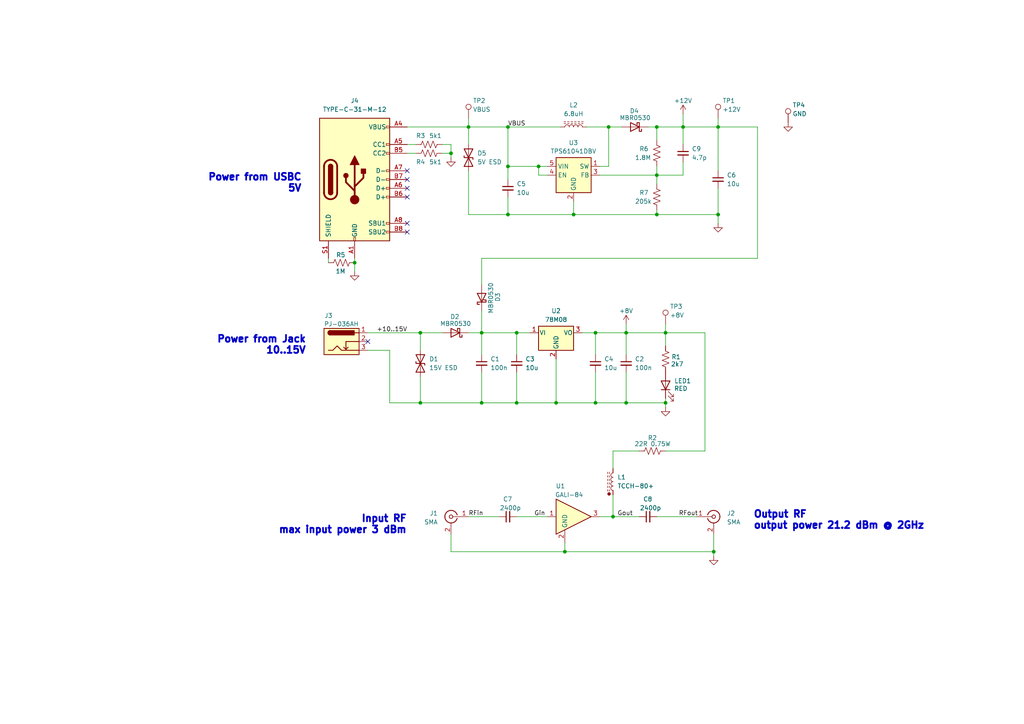
<source format=kicad_sch>
(kicad_sch (version 20230121) (generator eeschema)
  (paper "A4")
  (title_block (title "RF Amplifier GALI 84+") (date "2023-09-09") (rev "A") (company "Tomasz Orlowski") (comment 1 "OR106"))
  (lib_symbols
    (symbol "Connector:Barrel_Jack_Switch_Pin3Ring" (pin_names hide)
      (property "Reference" "J" (at 0 5.334 0))
      (property "Value" "Barrel_Jack_Switch_Pin3Ring" (at 0 -5.08 0))
      (symbol "Barrel_Jack_Switch_Pin3Ring_0_1"
        (rectangle (start -5.08 3.81) (end 5.08 -3.81) (stroke (width 0.254)) (fill (type background)))
        (arc (start -3.302 3.175) (mid -3.9343 2.54) (end -3.302 1.905) (stroke (width 0.254)))
        (arc (start -3.302 3.175) (mid -3.9343 2.54) (end -3.302 1.905) (stroke (width 0.254)) (fill (type outline)))
        (polyline (pts (xy 1.27 -2.286) (xy 1.905 -1.651)) (stroke (width 0.254)))
        (polyline (pts (xy 5.08 2.54) (xy 3.81 2.54)) (stroke (width 0.254)))
        (polyline (pts (xy 5.08 0) (xy 1.27 0) (xy 1.27 -2.286) (xy 0.635 -1.651)) (stroke (width 0.254)))
        (polyline (pts (xy -3.81 -2.54) (xy -2.54 -2.54) (xy -1.27 -1.27) (xy 0 -2.54) (xy 2.54 -2.54) (xy 5.08 -2.54)) (stroke (width 0.254)))
        (rectangle (start 3.683 3.175) (end -3.302 1.905) (stroke (width 0.254)) (fill (type outline)))
      )
      (symbol "Barrel_Jack_Switch_Pin3Ring_1_1"
        (pin passive line (at 7.62 2.54 180) (length 2.54) (name "~") (number "1"))
        (pin passive line (at 7.62 0 180) (length 2.54) (name "~") (number "2"))
        (pin passive line (at 7.62 -2.54 180) (length 2.54) (name "~") (number "3"))
      )
    )
    (symbol "Connector:Conn_Coaxial" (pin_names (offset 1.016) hide)
      (property "Reference" "J" (at 0.254 3.048 0))
      (property "Value" "Conn_Coaxial" (at 2.921 0 90))
      (symbol "Conn_Coaxial_0_1"
        (arc (start -1.778 -0.508) (mid 0.2311 -1.8066) (end 1.778 0) (stroke (width 0.254)))
        (polyline (pts (xy -2.54 0) (xy -0.508 0)))
        (polyline (pts (xy 0 -2.54) (xy 0 -1.778)))
        (circle (center 0 0) (radius 0.508) (stroke (width 0.2032)))
        (arc (start 1.778 0) (mid 0.2099 1.8101) (end -1.778 0.508) (stroke (width 0.254)))
      )
      (symbol "Conn_Coaxial_1_1"
        (pin passive line (at -5.08 0 0) (length 2.54) (name "In") (number "1"))
        (pin passive line (at 0 -5.08 90) (length 2.54) (name "Ext") (number "2"))
      )
    )
    (symbol "Connector:TestPoint" (pin_numbers hide) (pin_names (offset 0.762) hide)
      (property "Reference" "TP" (at 0 6.858 0))
      (property "Value" "TestPoint" (at 0 5.08 0))
      (symbol "TestPoint_0_1"
        (circle (center 0 3.302) (radius 0.762))
      )
      (symbol "TestPoint_1_1"
        (pin passive line (at 0 0 90) (length 2.54) (name "1") (number "1"))
      )
    )
    (symbol "Connector:USB_C_Receptacle_USB2.0" (pin_names (offset 1.016))
      (property "Reference" "J" (at -10.16 19.05 0))
      (property "Value" "USB_C_Receptacle_USB2.0" (at 19.05 19.05 0))
      (symbol "USB_C_Receptacle_USB2.0_0_0"
        (rectangle (start -0.254 -17.78) (end 0.254 -16.764))
        (rectangle (start 10.16 -14.986) (end 9.144 -15.494))
        (rectangle (start 10.16 -12.446) (end 9.144 -12.954))
        (rectangle (start 10.16 -4.826) (end 9.144 -5.334))
        (rectangle (start 10.16 -2.286) (end 9.144 -2.794))
        (rectangle (start 10.16 0.254) (end 9.144 -0.254))
        (rectangle (start 10.16 2.794) (end 9.144 2.286))
        (rectangle (start 10.16 7.874) (end 9.144 7.366))
        (rectangle (start 10.16 10.414) (end 9.144 9.906))
        (rectangle (start 10.16 15.494) (end 9.144 14.986))
      )
      (symbol "USB_C_Receptacle_USB2.0_0_1"
        (rectangle (start -10.16 17.78) (end 10.16 -17.78) (stroke (width 0.254)) (fill (type background)))
        (arc (start -8.89 -3.81) (mid -6.985 -5.7067) (end -5.08 -3.81) (stroke (width 0.508)))
        (arc (start -7.62 -3.81) (mid -6.985 -4.4423) (end -6.35 -3.81) (stroke (width 0.254)))
        (arc (start -7.62 -3.81) (mid -6.985 -4.4423) (end -6.35 -3.81) (stroke (width 0.254)) (fill (type outline)))
        (rectangle (start -7.62 -3.81) (end -6.35 3.81) (stroke (width 0.254)) (fill (type outline)))
        (arc (start -6.35 3.81) (mid -6.985 4.4423) (end -7.62 3.81) (stroke (width 0.254)))
        (arc (start -6.35 3.81) (mid -6.985 4.4423) (end -7.62 3.81) (stroke (width 0.254)) (fill (type outline)))
        (arc (start -5.08 3.81) (mid -6.985 5.7067) (end -8.89 3.81) (stroke (width 0.508)))
        (circle (center -2.54 1.143) (radius 0.635) (stroke (width 0.254)) (fill (type outline)))
        (circle (center 0 -5.842) (radius 1.27) (fill (type outline)))
        (polyline (pts (xy -8.89 -3.81) (xy -8.89 3.81)) (stroke (width 0.508)))
        (polyline (pts (xy -5.08 3.81) (xy -5.08 -3.81)) (stroke (width 0.508)))
        (polyline (pts (xy 0 -5.842) (xy 0 4.318)) (stroke (width 0.508)))
        (polyline (pts (xy 0 -3.302) (xy -2.54 -0.762) (xy -2.54 0.508)) (stroke (width 0.508)))
        (polyline (pts (xy 0 -2.032) (xy 2.54 0.508) (xy 2.54 1.778)) (stroke (width 0.508)))
        (polyline (pts (xy -1.27 4.318) (xy 0 6.858) (xy 1.27 4.318) (xy -1.27 4.318)) (stroke (width 0.254)) (fill (type outline)))
        (rectangle (start 1.905 1.778) (end 3.175 3.048) (stroke (width 0.254)) (fill (type outline)))
      )
      (symbol "USB_C_Receptacle_USB2.0_1_1"
        (pin passive line (at 0 -22.86 90) (length 5.08) (name "GND") (number "A1"))
        (pin passive line (at 0 -22.86 90) (length 5.08) hide (name "GND") (number "A12"))
        (pin passive line (at 15.24 15.24 180) (length 5.08) (name "VBUS") (number "A4"))
        (pin bidirectional line (at 15.24 10.16 180) (length 5.08) (name "CC1") (number "A5"))
        (pin bidirectional line (at 15.24 -2.54 180) (length 5.08) (name "D+") (number "A6"))
        (pin bidirectional line (at 15.24 2.54 180) (length 5.08) (name "D-") (number "A7"))
        (pin bidirectional line (at 15.24 -12.7 180) (length 5.08) (name "SBU1") (number "A8"))
        (pin passive line (at 15.24 15.24 180) (length 5.08) hide (name "VBUS") (number "A9"))
        (pin passive line (at 0 -22.86 90) (length 5.08) hide (name "GND") (number "B1"))
        (pin passive line (at 0 -22.86 90) (length 5.08) hide (name "GND") (number "B12"))
        (pin passive line (at 15.24 15.24 180) (length 5.08) hide (name "VBUS") (number "B4"))
        (pin bidirectional line (at 15.24 7.62 180) (length 5.08) (name "CC2") (number "B5"))
        (pin bidirectional line (at 15.24 -5.08 180) (length 5.08) (name "D+") (number "B6"))
        (pin bidirectional line (at 15.24 0 180) (length 5.08) (name "D-") (number "B7"))
        (pin bidirectional line (at 15.24 -15.24 180) (length 5.08) (name "SBU2") (number "B8"))
        (pin passive line (at 15.24 15.24 180) (length 5.08) hide (name "VBUS") (number "B9"))
        (pin passive line (at -7.62 -22.86 90) (length 5.08) (name "SHIELD") (number "S1"))
      )
    )
    (symbol "Device:C_Small" (pin_numbers hide) (pin_names (offset 0.254) hide)
      (property "Reference" "C" (at 0.254 1.778 0))
      (property "Value" "C_Small" (at 0.254 -2.032 0))
      (symbol "C_Small_0_1"
        (polyline (pts (xy -1.524 -0.508) (xy 1.524 -0.508)) (stroke (width 0.3302)))
        (polyline (pts (xy -1.524 0.508) (xy 1.524 0.508)) (stroke (width 0.3048)))
      )
      (symbol "C_Small_1_1"
        (pin passive line (at 0 2.54 270) (length 2.032) (name "~") (number "1"))
        (pin passive line (at 0 -2.54 90) (length 2.032) (name "~") (number "2"))
      )
    )
    (symbol "Device:D_TVS" (pin_numbers hide) (pin_names (offset 1.016) hide)
      (property "Reference" "D" (at 0 2.54 0))
      (property "Value" "D_TVS" (at 0 -2.54 0))
      (symbol "D_TVS_0_1"
        (polyline (pts (xy 1.27 0) (xy -1.27 0)))
        (polyline (pts (xy 0.508 1.27) (xy 0 1.27) (xy 0 -1.27) (xy -0.508 -1.27)) (stroke (width 0.254)))
        (polyline (pts (xy -2.54 1.27) (xy -2.54 -1.27) (xy 2.54 1.27) (xy 2.54 -1.27) (xy -2.54 1.27)) (stroke (width 0.254)))
      )
      (symbol "D_TVS_1_1"
        (pin passive line (at -3.81 0 0) (length 2.54) (name "A1") (number "1"))
        (pin passive line (at 3.81 0 180) (length 2.54) (name "A2") (number "2"))
      )
    )
    (symbol "Device:LED" (pin_numbers hide) (pin_names (offset 1.016) hide)
      (property "Reference" "D" (at 0 2.54 0))
      (property "Value" "LED" (at 0 -2.54 0))
      (symbol "LED_0_1"
        (polyline (pts (xy -1.27 -1.27) (xy -1.27 1.27)) (stroke (width 0.254)))
        (polyline (pts (xy -1.27 0) (xy 1.27 0)))
        (polyline (pts (xy 1.27 -1.27) (xy 1.27 1.27) (xy -1.27 0) (xy 1.27 -1.27)) (stroke (width 0.254)))
        (polyline (pts (xy -3.048 -0.762) (xy -4.572 -2.286) (xy -3.81 -2.286) (xy -4.572 -2.286) (xy -4.572 -1.524)))
        (polyline (pts (xy -1.778 -0.762) (xy -3.302 -2.286) (xy -2.54 -2.286) (xy -3.302 -2.286) (xy -3.302 -1.524)))
      )
      (symbol "LED_1_1"
        (pin passive line (at -3.81 0 0) (length 2.54) (name "K") (number "1"))
        (pin passive line (at 3.81 0 180) (length 2.54) (name "A") (number "2"))
      )
    )
    (symbol "Device:L_Ferrite" (pin_numbers hide) (pin_names (offset 1.016) hide)
      (property "Reference" "L" (at -1.27 0 90))
      (property "Value" "L_Ferrite" (at 2.794 0 90))
      (symbol "L_Ferrite_0_1"
        (arc (start 0 -2.54) (mid 0.6323 -1.905) (end 0 -1.27))
        (arc (start 0 -1.27) (mid 0.6323 -0.635) (end 0 0))
        (polyline (pts (xy 1.016 -2.794) (xy 1.016 -2.286)))
        (polyline (pts (xy 1.016 -1.778) (xy 1.016 -1.27)))
        (polyline (pts (xy 1.016 -0.762) (xy 1.016 -0.254)))
        (polyline (pts (xy 1.016 0.254) (xy 1.016 0.762)))
        (polyline (pts (xy 1.016 1.27) (xy 1.016 1.778)))
        (polyline (pts (xy 1.016 2.286) (xy 1.016 2.794)))
        (polyline (pts (xy 1.524 -2.286) (xy 1.524 -2.794)))
        (polyline (pts (xy 1.524 -1.27) (xy 1.524 -1.778)))
        (polyline (pts (xy 1.524 -0.254) (xy 1.524 -0.762)))
        (polyline (pts (xy 1.524 0.762) (xy 1.524 0.254)))
        (polyline (pts (xy 1.524 1.778) (xy 1.524 1.27)))
        (polyline (pts (xy 1.524 2.794) (xy 1.524 2.286)))
        (arc (start 0 0) (mid 0.6323 0.635) (end 0 1.27))
        (arc (start 0 1.27) (mid 0.6323 1.905) (end 0 2.54))
      )
      (symbol "L_Ferrite_1_1"
        (pin passive line (at 0 3.81 270) (length 1.27) (name "1") (number "1"))
        (pin passive line (at 0 -3.81 90) (length 1.27) (name "2") (number "2"))
      )
    )
    (symbol "Device:R_US" (pin_numbers hide) (pin_names (offset 0))
      (property "Reference" "R" (at 2.54 0 90))
      (property "Value" "R_US" (at -2.54 0 90))
      (symbol "R_US_0_1"
        (polyline (pts (xy 0 -2.286) (xy 0 -2.54)))
        (polyline (pts (xy 0 2.286) (xy 0 2.54)))
        (polyline (pts (xy 0 -0.762) (xy 1.016 -1.143) (xy 0 -1.524) (xy -1.016 -1.905) (xy 0 -2.286)))
        (polyline (pts (xy 0 0.762) (xy 1.016 0.381) (xy 0 0) (xy -1.016 -0.381) (xy 0 -0.762)))
        (polyline (pts (xy 0 2.286) (xy 1.016 1.905) (xy 0 1.524) (xy -1.016 1.143) (xy 0 0.762)))
      )
      (symbol "R_US_1_1"
        (pin passive line (at 0 3.81 270) (length 1.27) (name "~") (number "1"))
        (pin passive line (at 0 -3.81 90) (length 1.27) (name "~") (number "2"))
      )
    )
    (symbol "Diode:MBR0530" (pin_numbers hide) (pin_names (offset 1.016) hide)
      (property "Reference" "D" (at 0 2.54 0))
      (property "Value" "MBR0530" (at 0 -2.54 0))
      (symbol "MBR0530_0_1"
        (polyline (pts (xy 1.27 0) (xy -1.27 0)))
        (polyline (pts (xy 1.27 1.27) (xy 1.27 -1.27) (xy -1.27 0) (xy 1.27 1.27)) (stroke (width 0.254)))
        (polyline (pts (xy -1.905 0.635) (xy -1.905 1.27) (xy -1.27 1.27) (xy -1.27 -1.27) (xy -0.635 -1.27) (xy -0.635 -0.635)) (stroke (width 0.254)))
      )
      (symbol "MBR0530_1_1"
        (pin passive line (at -3.81 0 0) (length 2.54) (name "K") (number "1"))
        (pin passive line (at 3.81 0 180) (length 2.54) (name "A") (number "2"))
      )
    )
    (symbol "RF_Amplifier:GALI-84"
      (property "Reference" "U" (at -1.27 7.62 0))
      (property "Value" "GALI-84" (at 2.54 5.08 0))
      (symbol "GALI-84_0_1"
        (polyline (pts (xy 5.08 0) (xy -5.08 5.08) (xy -5.08 -5.08) (xy 5.08 0)) (stroke (width 0.254)) (fill (type background)))
      )
      (symbol "GALI-84_1_1"
        (pin input line (at -7.62 0 0) (length 2.54) (name "~") (number "1"))
        (pin power_in line (at -2.54 -7.62 90) (length 3.81) (name "GND") (number "2"))
        (pin output line (at 7.62 0 180) (length 2.54) (name "~") (number "3"))
      )
    )
    (symbol "Regulator_Linear:LM78M05_TO252" (pin_names (offset 0.254))
      (property "Reference" "U" (at -3.81 3.175 0))
      (property "Value" "LM78M05_TO252" (at 0 3.175 0))
      (symbol "LM78M05_TO252_0_1"
        (rectangle (start -5.08 1.905) (end 5.08 -5.08) (stroke (width 0.254)) (fill (type background)))
      )
      (symbol "LM78M05_TO252_1_1"
        (pin power_in line (at -7.62 0 0) (length 2.54) (name "VI") (number "1"))
        (pin power_in line (at 0 -7.62 90) (length 2.54) (name "GND") (number "2"))
        (pin power_out line (at 7.62 0 180) (length 2.54) (name "VO") (number "3"))
      )
    )
    (symbol "Regulator_Switching:TPS61041DBV"
      (property "Reference" "U" (at -5.08 6.35 0))
      (property "Value" "TPS61041DBV" (at 0 6.35 0))
      (symbol "TPS61041DBV_0_1"
        (rectangle (start -5.08 5.08) (end 5.08 -5.08) (stroke (width 0.254)) (fill (type background)))
      )
      (symbol "TPS61041DBV_1_1"
        (pin power_out line (at 7.62 2.54 180) (length 2.54) (name "SW") (number "1"))
        (pin power_in line (at 0 -7.62 90) (length 2.54) (name "GND") (number "2"))
        (pin input line (at 7.62 0 180) (length 2.54) (name "FB") (number "3"))
        (pin input line (at -7.62 0 0) (length 2.54) (name "EN") (number "4"))
        (pin power_in line (at -7.62 2.54 0) (length 2.54) (name "VIN") (number "5"))
      )
    )
    (symbol "TCCH-80+:TCCH-80+" (pin_numbers hide) (pin_names (offset 1.016) hide)
      (property "Reference" "L" (at -1.27 0 90))
      (property "Value" "TCCH-80+" (at 2.794 0 90))
      (symbol "TCCH-80+_0_1"
        (arc (start 0 -2.54) (mid 0.6323 -1.905) (end 0 -1.27))
        (arc (start 0 -1.27) (mid 0.6323 -0.635) (end 0 0))
        (polyline (pts (xy 1.016 -2.794) (xy 1.016 -2.286)))
        (polyline (pts (xy 1.016 -1.778) (xy 1.016 -1.27)))
        (polyline (pts (xy 1.016 -0.762) (xy 1.016 -0.254)))
        (polyline (pts (xy 1.016 0.254) (xy 1.016 0.762)))
        (polyline (pts (xy 1.016 1.27) (xy 1.016 1.778)))
        (polyline (pts (xy 1.016 2.286) (xy 1.016 2.794)))
        (polyline (pts (xy 1.524 -2.286) (xy 1.524 -2.794)))
        (polyline (pts (xy 1.524 -1.27) (xy 1.524 -1.778)))
        (polyline (pts (xy 1.524 -0.254) (xy 1.524 -0.762)))
        (polyline (pts (xy 1.524 0.762) (xy 1.524 0.254)))
        (polyline (pts (xy 1.524 1.778) (xy 1.524 1.27)))
        (polyline (pts (xy 1.524 2.794) (xy 1.524 2.286)))
        (arc (start 0 0) (mid 0.6323 0.635) (end 0 1.27))
        (arc (start 0 1.27) (mid 0.6323 1.905) (end 0 2.54))
      )
      (symbol "TCCH-80+_1_1"
        (circle (center 1.143 3.556) (radius 0.284) (stroke (width 0.4)))
        (pin passive line (at 0 3.81 270) (length 1.27) (name "1") (number "1"))
        (pin passive line (at 0 -3.81 90) (length 1.27) (name "3") (number "3"))
      )
    )
    (symbol "power:+12V" (power) (pin_names (offset 0))
      (property "Value" "+12V" (at 0 3.556 0))
      (symbol "+12V_0_1"
        (polyline (pts (xy -0.762 1.27) (xy 0 2.54)))
        (polyline (pts (xy 0 0) (xy 0 2.54)))
        (polyline (pts (xy 0 2.54) (xy 0.762 1.27)))
      )
      (symbol "+12V_1_1"
        (pin power_in line (at 0 0 90) (length 0) hide (name "+12V") (number "1"))
      )
    )
    (symbol "power:+8V" (power) (pin_names (offset 0))
      (property "Value" "+8V" (at 0 3.556 0))
      (symbol "+8V_0_1"
        (polyline (pts (xy -0.762 1.27) (xy 0 2.54)))
        (polyline (pts (xy 0 0) (xy 0 2.54)))
        (polyline (pts (xy 0 2.54) (xy 0.762 1.27)))
      )
      (symbol "+8V_1_1"
        (pin power_in line (at 0 0 90) (length 0) hide (name "+8V") (number "1"))
      )
    )
    (symbol "power:GND" (power) (pin_names (offset 0))
      (property "Value" "GND" (at 0 -3.81 0))
      (symbol "GND_0_1"
        (polyline (pts (xy 0 0) (xy 0 -1.27) (xy 1.27 -1.27) (xy 0 -2.54) (xy -1.27 -1.27) (xy 0 -1.27)))
      )
      (symbol "GND_1_1"
        (pin power_in line (at 0 0 270) (length 0) hide (name "GND") (number "1"))
      )
    )
  )
  (junction (at 163.83 160.02))
  (junction (at 208.28 62.23))
  (junction (at 130.81 44.45))
  (junction (at 207.01 160.02))
  (junction (at 177.8 149.86))
  (junction (at 147.32 62.23))
  (junction (at 172.72 116.84))
  (junction (at 102.87 76.2))
  (junction (at 190.5 62.23))
  (junction (at 176.53 36.83))
  (junction (at 147.32 48.26))
  (junction (at 166.37 62.23))
  (junction (at 121.92 116.84))
  (junction (at 156.21 48.26))
  (junction (at 149.86 116.84))
  (junction (at 181.61 96.52))
  (junction (at 149.86 96.52))
  (junction (at 193.04 96.52))
  (junction (at 147.32 36.83))
  (junction (at 198.12 36.83))
  (junction (at 139.7 116.84))
  (junction (at 181.61 116.84))
  (junction (at 208.28 36.83))
  (junction (at 193.04 116.84))
  (junction (at 135.89 36.83))
  (junction (at 161.29 116.84))
  (junction (at 121.92 96.52))
  (junction (at 190.5 50.8))
  (junction (at 139.7 96.52))
  (junction (at 190.5 36.83))
  (junction (at 172.72 96.52))
  (no_connect (at 118.11 67.31))
  (no_connect (at 118.11 64.77))
  (no_connect (at 118.11 57.15))
  (no_connect (at 106.68 99.06))
  (no_connect (at 118.11 49.53))
  (no_connect (at 118.11 52.07))
  (no_connect (at 118.11 54.61))
  (wire (pts (xy 156.21 50.8) (xy 156.21 48.26)))
  (wire (pts (xy 130.81 41.91) (xy 130.81 44.45)))
  (wire (pts (xy 168.91 96.52) (xy 172.72 96.52)))
  (wire (pts (xy 190.5 48.26) (xy 190.5 50.8)))
  (wire (pts (xy 181.61 96.52) (xy 181.61 102.87)))
  (wire (pts (xy 190.5 60.96) (xy 190.5 62.23)))
  (wire (pts (xy 118.11 36.83) (xy 135.89 36.83)))
  (wire (pts (xy 176.53 36.83) (xy 180.34 36.83)))
  (wire (pts (xy 106.68 101.6) (xy 113.03 101.6)))
  (wire (pts (xy 121.92 96.52) (xy 128.27 96.52)))
  (wire (pts (xy 198.12 46.99) (xy 198.12 50.8)))
  (wire (pts (xy 130.81 44.45) (xy 130.81 45.72)))
  (wire (pts (xy 118.11 44.45) (xy 120.65 44.45)))
  (wire (pts (xy 173.99 149.86) (xy 177.8 149.86)))
  (wire (pts (xy 177.8 149.86) (xy 185.42 149.86)))
  (wire (pts (xy 139.7 74.93) (xy 139.7 82.55)))
  (wire (pts (xy 161.29 116.84) (xy 172.72 116.84)))
  (wire (pts (xy 190.5 149.86) (xy 201.93 149.86)))
  (wire (pts (xy 172.72 96.52) (xy 172.72 102.87)))
  (wire (pts (xy 139.7 90.17) (xy 139.7 96.52)))
  (wire (pts (xy 149.86 116.84) (xy 161.29 116.84)))
  (wire (pts (xy 163.83 160.02) (xy 207.01 160.02)))
  (wire (pts (xy 193.04 130.81) (xy 204.47 130.81)))
  (wire (pts (xy 149.86 96.52) (xy 139.7 96.52)))
  (wire (pts (xy 121.92 116.84) (xy 139.7 116.84)))
  (wire (pts (xy 139.7 74.93) (xy 219.71 74.93)))
  (wire (pts (xy 161.29 104.14) (xy 161.29 116.84)))
  (wire (pts (xy 135.89 49.53) (xy 135.89 62.23)))
  (wire (pts (xy 147.32 48.26) (xy 156.21 48.26)))
  (wire (pts (xy 158.75 48.26) (xy 156.21 48.26)))
  (wire (pts (xy 149.86 149.86) (xy 158.75 149.86)))
  (wire (pts (xy 163.83 160.02) (xy 163.83 157.48)))
  (wire (pts (xy 190.5 36.83) (xy 190.5 40.64)))
  (wire (pts (xy 121.92 101.6) (xy 121.92 96.52)))
  (wire (pts (xy 139.7 107.95) (xy 139.7 116.84)))
  (wire (pts (xy 139.7 96.52) (xy 139.7 102.87)))
  (wire (pts (xy 135.89 34.29) (xy 135.89 36.83)))
  (wire (pts (xy 208.28 34.29) (xy 208.28 36.83)))
  (wire (pts (xy 176.53 48.26) (xy 173.99 48.26)))
  (wire (pts (xy 166.37 62.23) (xy 166.37 58.42)))
  (wire (pts (xy 172.72 116.84) (xy 181.61 116.84)))
  (wire (pts (xy 219.71 36.83) (xy 219.71 74.93)))
  (wire (pts (xy 149.86 96.52) (xy 149.86 102.87)))
  (wire (pts (xy 208.28 62.23) (xy 190.5 62.23)))
  (wire (pts (xy 128.27 41.91) (xy 130.81 41.91)))
  (wire (pts (xy 176.53 36.83) (xy 176.53 48.26)))
  (wire (pts (xy 208.28 36.83) (xy 208.28 49.53)))
  (wire (pts (xy 172.72 107.95) (xy 172.72 116.84)))
  (wire (pts (xy 181.61 116.84) (xy 193.04 116.84)))
  (wire (pts (xy 135.89 36.83) (xy 135.89 41.91)))
  (wire (pts (xy 208.28 36.83) (xy 219.71 36.83)))
  (wire (pts (xy 190.5 53.34) (xy 190.5 50.8)))
  (wire (pts (xy 198.12 33.02) (xy 198.12 36.83)))
  (wire (pts (xy 121.92 109.22) (xy 121.92 116.84)))
  (wire (pts (xy 106.68 96.52) (xy 121.92 96.52)))
  (wire (pts (xy 198.12 41.91) (xy 198.12 36.83)))
  (wire (pts (xy 177.8 130.81) (xy 177.8 135.89)))
  (wire (pts (xy 113.03 116.84) (xy 121.92 116.84)))
  (wire (pts (xy 113.03 101.6) (xy 113.03 116.84)))
  (wire (pts (xy 158.75 50.8) (xy 156.21 50.8)))
  (wire (pts (xy 102.87 74.93) (xy 102.87 76.2)))
  (wire (pts (xy 102.87 76.2) (xy 102.87 78.74)))
  (wire (pts (xy 204.47 130.81) (xy 204.47 96.52)))
  (wire (pts (xy 198.12 36.83) (xy 208.28 36.83)))
  (wire (pts (xy 135.89 36.83) (xy 147.32 36.83)))
  (wire (pts (xy 177.8 143.51) (xy 177.8 149.86)))
  (wire (pts (xy 208.28 62.23) (xy 208.28 64.77)))
  (wire (pts (xy 135.89 149.86) (xy 144.78 149.86)))
  (wire (pts (xy 170.18 36.83) (xy 176.53 36.83)))
  (wire (pts (xy 198.12 50.8) (xy 190.5 50.8)))
  (wire (pts (xy 198.12 36.83) (xy 190.5 36.83)))
  (wire (pts (xy 139.7 116.84) (xy 149.86 116.84)))
  (wire (pts (xy 172.72 96.52) (xy 181.61 96.52)))
  (wire (pts (xy 181.61 107.95) (xy 181.61 116.84)))
  (wire (pts (xy 181.61 93.98) (xy 181.61 96.52)))
  (wire (pts (xy 149.86 107.95) (xy 149.86 116.84)))
  (wire (pts (xy 187.96 36.83) (xy 190.5 36.83)))
  (wire (pts (xy 130.81 160.02) (xy 163.83 160.02)))
  (wire (pts (xy 208.28 54.61) (xy 208.28 62.23)))
  (wire (pts (xy 193.04 93.98) (xy 193.04 96.52)))
  (wire (pts (xy 193.04 115.57) (xy 193.04 116.84)))
  (wire (pts (xy 207.01 160.02) (xy 207.01 161.29)))
  (wire (pts (xy 181.61 96.52) (xy 193.04 96.52)))
  (wire (pts (xy 147.32 52.07) (xy 147.32 48.26)))
  (wire (pts (xy 207.01 154.94) (xy 207.01 160.02)))
  (wire (pts (xy 135.89 96.52) (xy 139.7 96.52)))
  (wire (pts (xy 128.27 44.45) (xy 130.81 44.45)))
  (wire (pts (xy 95.25 74.93) (xy 95.25 76.2)))
  (wire (pts (xy 185.42 130.81) (xy 177.8 130.81)))
  (wire (pts (xy 118.11 41.91) (xy 120.65 41.91)))
  (wire (pts (xy 193.04 100.33) (xy 193.04 96.52)))
  (wire (pts (xy 147.32 62.23) (xy 166.37 62.23)))
  (wire (pts (xy 147.32 57.15) (xy 147.32 62.23)))
  (wire (pts (xy 147.32 36.83) (xy 147.32 48.26)))
  (wire (pts (xy 135.89 62.23) (xy 147.32 62.23)))
  (wire (pts (xy 130.81 154.94) (xy 130.81 160.02)))
  (wire (pts (xy 204.47 96.52) (xy 193.04 96.52)))
  (wire (pts (xy 190.5 62.23) (xy 166.37 62.23)))
  (wire (pts (xy 193.04 116.84) (xy 193.04 118.11)))
  (wire (pts (xy 153.67 96.52) (xy 149.86 96.52)))
  (wire (pts (xy 147.32 36.83) (xy 162.56 36.83)))
  (wire (pts (xy 190.5 50.8) (xy 173.99 50.8)))
  (text "Input RF\nmax input power 3 dBm" (at 118.11 154.94 0) (effects (font (size 2 2) (thickness 0.6) bold) (justify right bottom)))
  (text "Power from Jack\n10..15V\n" (at 88.9 102.87 0) (effects (font (size 2 2) (thickness 0.6) bold) (justify right bottom)))
  (text "Power from USBC\n5V\n" (at 87.63 55.88 0) (effects (font (size 2 2) (thickness 0.6) bold) (justify right bottom)))
  (text "Output RF\noutput power 21.2 dBm @ 2GHz" (at 218.44 153.67 0) (effects (font (size 2 2) (thickness 0.6) bold) (justify left bottom)))
  (label "RFout" (at 196.85 149.86 0))
  (label "Gin" (at 154.94 149.86 0))
  (label "+10..15V" (at 109.22 96.52 0))
  (label "RFin" (at 135.89 149.86 0))
  (label "VBUS" (at 147.32 36.83 0))
  (label "Gout" (at 179.07 149.86 0))
  (symbol (lib_id "Connector:USB_C_Receptacle_USB2.0") (at 102.87 52.07 0) (unit 1)
    (property "Reference" "J4" (at 102.87 29.21 0))
    (property "Value" "TYPE-C-31-M-12" (at 102.87 31.75 0))
    (property "Footprint" "Connector_USB:USB_C_Receptacle_HRO_TYPE-C-31-M-12" (effects hide))
    (property "Datasheet" "https://www.usb.org/sites/default/files/documents/usb_type-c.zip" (effects hide))
    (property "MPN" "TYPE-C-31-M-12" (effects hide))
    (property "MF" "Korean Hroparts" (effects hide))
  )
  (symbol (lib_id "power:GND") (at 102.87 78.74 0) (unit 1)
    (property "Reference" "#PWR05" (effects hide))
    (property "Value" "GND" (effects hide))
  )
  (symbol (lib_id "Device:R_US") (at 124.46 44.45 90) (unit 1)
    (property "Reference" "R4" (at 120.65 46.99 90) (effects (justify right)))
    (property "Value" "5k1" (at 124.46 46.99 90) (effects (justify right)))
    (property "Footprint" "Resistor_SMD:R_0603_1608Metric" (effects hide))
  )
  (symbol (lib_id "Device:R_US") (at 189.23 130.81 90) (unit 1)
    (property "Reference" "R2" (at 189.23 127 90))
    (property "Value" "22R 0.75W" (at 189.2839 128.7455 90))
    (property "Footprint" "Resistor_SMD:R_1210_3225Metric" (effects hide))
  )
  (symbol (lib_id "Diode:MBR0530") (at 139.7 86.36 90) (unit 1)
    (property "Reference" "D3" (at 144.3524 86.1983 0))
    (property "Value" "MBR0530" (at 142.3543 86.4289 0))
    (property "Footprint" "Diode_SMD:D_SOD-123" (effects hide))
    (property "MPN" "MBR0530T1G " (effects hide))
    (property "MF" "Onsemi" (effects hide))
  )
  (symbol (lib_id "Device:C_Small") (at 139.7 105.41 0) (mirror y) (unit 1)
    (property "Reference" "C1" (at 142.24 104.14 0) (effects (justify right)))
    (property "Value" "100n" (at 142.24 106.68 0) (effects (justify right)))
    (property "Footprint" "Capacitor_SMD:C_0603_1608Metric" (effects hide))
  )
  (symbol (lib_id "Diode:MBR0530") (at 184.15 36.83 180) (unit 1)
    (property "Reference" "D4" (at 183.9883 32.1776 0))
    (property "Value" "MBR0530" (at 184.2189 34.1757 0))
    (property "Footprint" "Diode_SMD:D_SOD-123" (effects hide))
    (property "MPN" "MBR0530T1G " (effects hide))
    (property "MF" "Onsemi" (effects hide))
  )
  (symbol (lib_id "Device:R_US") (at 193.04 104.14 0) (unit 1)
    (property "Reference" "R1" (at 194.7311 103.5163 0) (effects (justify left)))
    (property "Value" "2k7" (at 194.5872 105.6031 0) (effects (justify left)))
    (property "Footprint" "Resistor_SMD:R_0603_1608Metric" (effects hide))
  )
  (symbol (lib_id "Device:C_Small") (at 147.32 149.86 90) (mirror x) (unit 1)
    (property "Reference" "C7" (at 148.59 144.78 90) (effects (justify left)))
    (property "Value" "2400p" (at 151.13 147.32 90) (effects (justify left)))
    (property "Footprint" "Capacitor_SMD:C_0805_2012Metric" (effects hide))
    (property "MPN" "GRM2165C1H242JA01D" (effects hide))
    (property "MF" "Murata" (effects hide))
  )
  (symbol (lib_id "Diode:MBR0530") (at 132.08 96.52 180) (unit 1)
    (property "Reference" "D2" (at 131.9183 91.8676 0))
    (property "Value" "MBR0530" (at 132.1489 93.8657 0))
    (property "Footprint" "Diode_SMD:D_SOD-123" (effects hide))
    (property "MPN" "MBR0530T1G " (effects hide))
    (property "MF" "Onsemi" (effects hide))
  )
  (symbol (lib_id "Device:LED") (at 193.04 111.76 90) (unit 1)
    (property "Reference" "LED1" (at 195.58 110.49 90) (effects (justify right)))
    (property "Value" "RED" (at 195.5226 112.691 90) (effects (justify right)))
    (property "Footprint" "LED_SMD:LED_0805_2012Metric" (effects hide))
    (property "MPN" "150080RS75000 " (effects hide))
    (property "MF" "Wurth" (effects hide))
  )
  (symbol (lib_id "Connector:Conn_Coaxial") (at 207.01 149.86 0) (unit 1)
    (property "Reference" "J2" (at 210.82 148.8832 0) (effects (justify left)))
    (property "Value" "SMA" (at 210.82 151.4232 0) (effects (justify left)))
    (property "Footprint" "Connector_Coaxial:SMA_Amphenol_132289_EdgeMount" (effects hide))
    (property "Datasheet" " ~" (effects hide))
  )
  (symbol (lib_id "Connector:Conn_Coaxial") (at 130.81 149.86 0) (mirror y) (unit 1)
    (property "Reference" "J1" (at 127 148.8832 0) (effects (justify left)))
    (property "Value" "SMA" (at 127 151.4232 0) (effects (justify left)))
    (property "Footprint" "Connector_Coaxial:SMA_Amphenol_132289_EdgeMount" (effects hide))
    (property "Datasheet" " ~" (effects hide))
  )
  (symbol (lib_id "Device:C_Small") (at 172.72 105.41 0) (mirror y) (unit 1)
    (property "Reference" "C4" (at 175.26 104.14 0) (effects (justify right)))
    (property "Value" "10u" (at 175.26 106.68 0) (effects (justify right)))
    (property "Footprint" "Capacitor_SMD:C_1206_3216Metric" (effects hide))
    (property "MPN" "GRM31CR71E106KA12L " (effects hide))
    (property "MF" "Murata" (effects hide))
  )
  (symbol (lib_id "Device:C_Small") (at 208.28 52.07 0) (mirror y) (unit 1)
    (property "Reference" "C6" (at 210.82 50.8 0) (effects (justify right)))
    (property "Value" "10u" (at 210.82 53.34 0) (effects (justify right)))
    (property "Footprint" "Capacitor_SMD:C_1206_3216Metric" (effects hide))
    (property "MPN" "GRM31CR71E106KA12L " (effects hide))
    (property "MF" "Murata" (effects hide))
  )
  (symbol (lib_id "Device:C_Small") (at 187.96 149.86 90) (mirror x) (unit 1)
    (property "Reference" "C8" (at 189.23 144.78 90) (effects (justify left)))
    (property "Value" "2400p" (at 191.77 147.32 90) (effects (justify left)))
    (property "Footprint" "Capacitor_SMD:C_0805_2012Metric" (effects hide))
    (property "MPN" "GRM2165C1H242JA01D" (effects hide))
    (property "MF" "Murata" (effects hide))
  )
  (symbol (lib_id "Device:C_Small") (at 198.12 44.45 0) (mirror y) (unit 1)
    (property "Reference" "C9" (at 200.66 43.18 0) (effects (justify right)))
    (property "Value" "4.7p" (at 200.66 45.72 0) (effects (justify right)))
    (property "Footprint" "Capacitor_SMD:C_0603_1608Metric" (effects hide))
    (property "MPN" "CC0603CPNPO9BN4R7 " (effects hide))
    (property "MF" "YAGEO" (effects hide))
  )
  (symbol (lib_id "Device:R_US") (at 99.06 76.2 90) (unit 1)
    (property "Reference" "R5" (at 97.487 73.9409 90) (effects (justify right)))
    (property "Value" "1M" (at 97.3268 78.68 90) (effects (justify right)))
    (property "Footprint" "Resistor_SMD:R_0603_1608Metric" (effects hide))
  )
  (symbol (lib_id "power:+12V") (at 198.12 33.02 0) (unit 1)
    (property "Reference" "#PWR07" (effects hide))
    (property "Value" "+12V" (at 198.12 29.21 0))
  )
  (symbol (lib_id "Connector:TestPoint") (at 135.89 34.29 0) (unit 1) (in_bom no)
    (property "Reference" "TP2" (at 137.16 29.21 0) (effects (justify left)))
    (property "Value" "VBUS" (at 137.16 31.75 0) (effects (justify left)))
    (property "Footprint" "TestPoint:TestPoint_THTPad_1.5x1.5mm_Drill0.7mm" (effects hide))
  )
  (symbol (lib_id "Device:L_Ferrite") (at 166.37 36.83 90) (unit 1)
    (property "Reference" "L2" (at 166.37 30.48 90))
    (property "Value" "6.8uH" (at 166.37 33.02 90))
    (property "Footprint" "Inductor_SMD:L_1210_3225Metric_Pad1.42x2.65mm_HandSolder" (effects hide))
    (property "MPN" "LQH32MN6R8K23L" (effects hide))
    (property "MF" "Murata" (effects hide))
  )
  (symbol (lib_id "TCCH-80+:TCCH-80+") (at 177.8 139.7 180) (unit 1)
    (property "Reference" "L1" (at 179.07 138.418 0) (effects (justify right)))
    (property "Value" "TCCH-80+" (at 179.07 140.97 0) (effects (justify right)))
    (property "Footprint" "TCCH-80+:TCCH-80+" (effects hide))
    (property "MPN" "TCCH-80+" (effects hide))
    (property "MF" "Mini-Circuits" (effects hide))
  )
  (symbol (lib_id "Device:R_US") (at 190.5 57.15 0) (unit 1)
    (property "Reference" "R7" (at 185.42 55.88 0) (effects (justify left)))
    (property "Value" "205k" (at 184.15 58.42 0) (effects (justify left)))
    (property "Footprint" "Resistor_SMD:R_0603_1608Metric" (effects hide))
  )
  (symbol (lib_id "power:GND") (at 228.6 35.56 0) (unit 1)
    (property "Reference" "#PWR08" (effects hide))
    (property "Value" "GND" (effects hide))
  )
  (symbol (lib_id "Connector:Barrel_Jack_Switch_Pin3Ring") (at 99.06 99.06 0) (unit 1)
    (property "Reference" "J3" (at 94.0908 91.5375 0) (effects (justify left)))
    (property "Value" "PJ-036AH" (at 93.98 93.98 0) (effects (justify left)))
    (property "Footprint" "Connector_BarrelJack:BarrelJack_CUI_PJ-036AH-SMT_Horizontal" (effects hide))
    (property "MPN" "PJ-036AH" (effects hide))
    (property "MF" "CUI" (effects hide))
  )
  (symbol (lib_id "Regulator_Linear:LM78M05_TO252") (at 161.29 96.52 0) (unit 1)
    (property "Reference" "U2" (at 161.29 90.17 0))
    (property "Value" "78M08" (at 161.29 92.71 0))
    (property "Footprint" "Package_TO_SOT_SMD:TO-252-2" (effects hide))
    (property "Datasheet" "https://www.onsemi.com/pub/Collateral/MC78M00-D.PDF" (effects hide))
    (property "MPN" "L78M08ABDT" (effects hide))
    (property "MF" "ST" (effects hide))
  )
  (symbol (lib_id "Device:C_Small") (at 181.61 105.41 0) (mirror y) (unit 1)
    (property "Reference" "C2" (at 184.15 104.14 0) (effects (justify right)))
    (property "Value" "100n" (at 184.15 106.68 0) (effects (justify right)))
    (property "Footprint" "Capacitor_SMD:C_0603_1608Metric" (effects hide))
  )
  (symbol (lib_id "Device:D_TVS") (at 121.92 105.41 90) (unit 1)
    (property "Reference" "D1" (at 124.46 104.14 90) (effects (justify right)))
    (property "Value" "15V ESD" (at 124.46 106.68 90) (effects (justify right)))
    (property "Footprint" "Diode_SMD:D_SOD-323" (effects hide))
    (property "MPN" "PESD15VL1BA" (effects hide))
    (property "MF" "Nexperia" (effects hide))
  )
  (symbol (lib_id "Device:R_US") (at 124.46 41.91 90) (unit 1)
    (property "Reference" "R3" (at 120.65 39.37 90) (effects (justify right)))
    (property "Value" "5k1" (at 124.46 39.37 90) (effects (justify right)))
    (property "Footprint" "Resistor_SMD:R_0603_1608Metric" (effects hide))
  )
  (symbol (lib_id "Connector:TestPoint") (at 208.28 34.29 0) (unit 1) (in_bom no)
    (property "Reference" "TP1" (at 209.55 29.21 0) (effects (justify left)))
    (property "Value" "+12V" (at 209.55 31.75 0) (effects (justify left)))
    (property "Footprint" "TestPoint:TestPoint_THTPad_1.5x1.5mm_Drill0.7mm" (effects hide))
  )
  (symbol (lib_id "power:GND") (at 130.81 45.72 0) (unit 1)
    (property "Reference" "#PWR02" (effects hide))
    (property "Value" "GND" (effects hide))
  )
  (symbol (lib_id "power:GND") (at 207.01 161.29 0) (unit 1)
    (property "Reference" "#PWR03" (effects hide))
    (property "Value" "GND" (effects hide))
  )
  (symbol (lib_id "Regulator_Switching:TPS61041DBV") (at 166.37 50.8 0) (unit 1)
    (property "Reference" "U3" (at 166.3138 41.4092 0))
    (property "Value" "TPS61041DBV" (at 166.3138 43.8659 0))
    (property "Footprint" "Package_TO_SOT_SMD:SOT-23-5" (effects hide))
    (property "Datasheet" "http://www.ti.com/lit/ds/symlink/tps61040.pdf" (effects hide))
    (property "MPN" "TPS61041DBV" (effects hide))
    (property "MF" "TI" (effects hide))
  )
  (symbol (lib_id "power:GND") (at 193.04 118.11 0) (unit 1)
    (property "Reference" "#PWR04" (effects hide))
    (property "Value" "GND" (effects hide))
  )
  (symbol (lib_id "Device:R_US") (at 190.5 44.45 0) (unit 1)
    (property "Reference" "R6" (at 185.42 43.18 0) (effects (justify left)))
    (property "Value" "1.8M" (at 184.15 45.72 0) (effects (justify left)))
    (property "Footprint" "Resistor_SMD:R_0603_1608Metric" (effects hide))
  )
  (symbol (lib_id "Device:C_Small") (at 149.86 105.41 0) (mirror y) (unit 1)
    (property "Reference" "C3" (at 152.4 104.14 0) (effects (justify right)))
    (property "Value" "10u" (at 152.4 106.68 0) (effects (justify right)))
    (property "Footprint" "Capacitor_SMD:C_1206_3216Metric" (effects hide))
    (property "MPN" "GRM31CR71E106KA12L " (effects hide))
    (property "MF" "Murata" (effects hide))
  )
  (symbol (lib_id "Connector:TestPoint") (at 228.6 35.56 0) (unit 1) (in_bom no)
    (property "Reference" "TP4" (at 229.87 30.48 0) (effects (justify left)))
    (property "Value" "GND" (at 229.87 33.02 0) (effects (justify left)))
    (property "Footprint" "TestPoint:TestPoint_THTPad_1.5x1.5mm_Drill0.7mm" (effects hide))
  )
  (symbol (lib_id "power:+8V") (at 181.61 93.98 0) (unit 1)
    (property "Reference" "#PWR01" (effects hide))
    (property "Value" "+8V" (at 181.61 90.17 0))
  )
  (symbol (lib_id "power:GND") (at 208.28 64.77 0) (unit 1)
    (property "Reference" "#PWR06" (effects hide))
    (property "Value" "GND" (effects hide))
  )
  (symbol (lib_id "Device:C_Small") (at 147.32 54.61 0) (mirror y) (unit 1)
    (property "Reference" "C5" (at 149.86 53.34 0) (effects (justify right)))
    (property "Value" "10u" (at 149.86 55.88 0) (effects (justify right)))
    (property "Footprint" "Capacitor_SMD:C_1206_3216Metric" (effects hide))
    (property "MPN" "GRM31CR71E106KA12L " (effects hide))
    (property "MF" "Murata" (effects hide))
  )
  (symbol (lib_id "Device:D_TVS") (at 135.89 45.72 90) (unit 1)
    (property "Reference" "D5" (at 138.43 44.45 90) (effects (justify right)))
    (property "Value" "5V ESD" (at 138.43 46.99 90) (effects (justify right)))
    (property "Footprint" "Diode_SMD:D_SOD-323" (effects hide))
    (property "MPN" "PESD5V0L1BA,115" (effects hide))
    (property "MF" "Nexperia" (effects hide))
  )
  (symbol (lib_id "RF_Amplifier:GALI-84") (at 166.37 149.86 0) (unit 1)
    (property "Reference" "U1" (at 162.56 140.97 0))
    (property "Value" "GALI-84" (at 165.1 143.51 0))
    (property "Footprint" "Package_TO_SOT_SMD:SOT-89-3" (effects hide))
    (property "Datasheet" "https://www.minicircuits.com/pdfs/GALI-84+.pdf" (effects hide))
    (property "MPN" "GALI-84" (effects hide))
    (property "MF" "Mini-Circuits" (effects hide))
  )
  (symbol (lib_id "Connector:TestPoint") (at 193.04 93.98 0) (unit 1) (in_bom no)
    (property "Reference" "TP3" (at 194.31 88.9 0) (effects (justify left)))
    (property "Value" "+8V" (at 194.31 91.44 0) (effects (justify left)))
    (property "Footprint" "TestPoint:TestPoint_THTPad_1.5x1.5mm_Drill0.7mm" (effects hide))
  )
)
</source>
